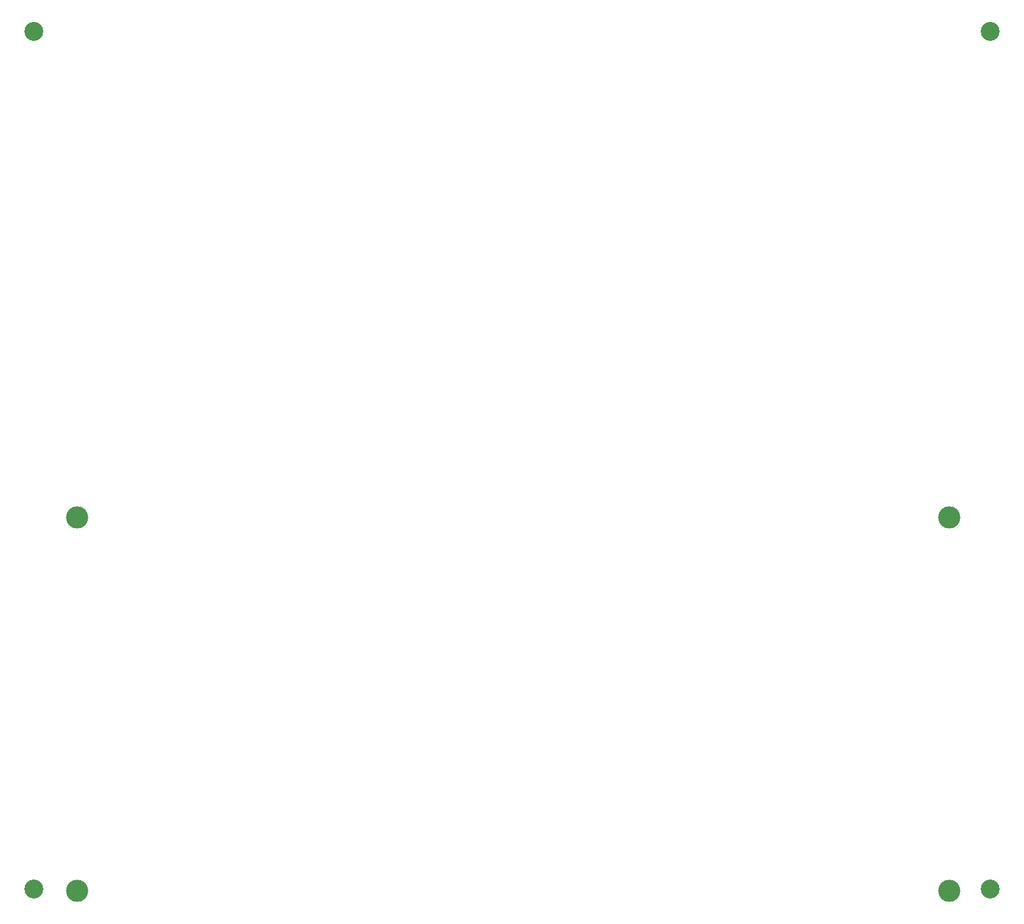
<source format=gbr>
%TF.GenerationSoftware,KiCad,Pcbnew,8.0.7*%
%TF.CreationDate,2025-03-06T09:08:54-05:00*%
%TF.ProjectId,Buck_PCB,4275636b-5f50-4434-922e-6b696361645f,v1*%
%TF.SameCoordinates,Original*%
%TF.FileFunction,NonPlated,1,2,NPTH,Drill*%
%TF.FilePolarity,Positive*%
%FSLAX46Y46*%
G04 Gerber Fmt 4.6, Leading zero omitted, Abs format (unit mm)*
G04 Created by KiCad (PCBNEW 8.0.7) date 2025-03-06 09:08:54*
%MOMM*%
%LPD*%
G01*
G04 APERTURE LIST*
%TA.AperFunction,ComponentDrill*%
%ADD10C,2.700000*%
%TD*%
%TA.AperFunction,ComponentDrill*%
%ADD11C,3.175000*%
%TD*%
G04 APERTURE END LIST*
D10*
%TO.C,REF\u002A\u002A*%
X23500000Y-62000000D03*
X23500000Y-184500000D03*
X160000000Y-62000000D03*
X160000000Y-184500000D03*
D11*
%TO.C,U2*%
X29714000Y-131456000D03*
X29714000Y-184796000D03*
X154174000Y-131456000D03*
X154174000Y-184796000D03*
M02*

</source>
